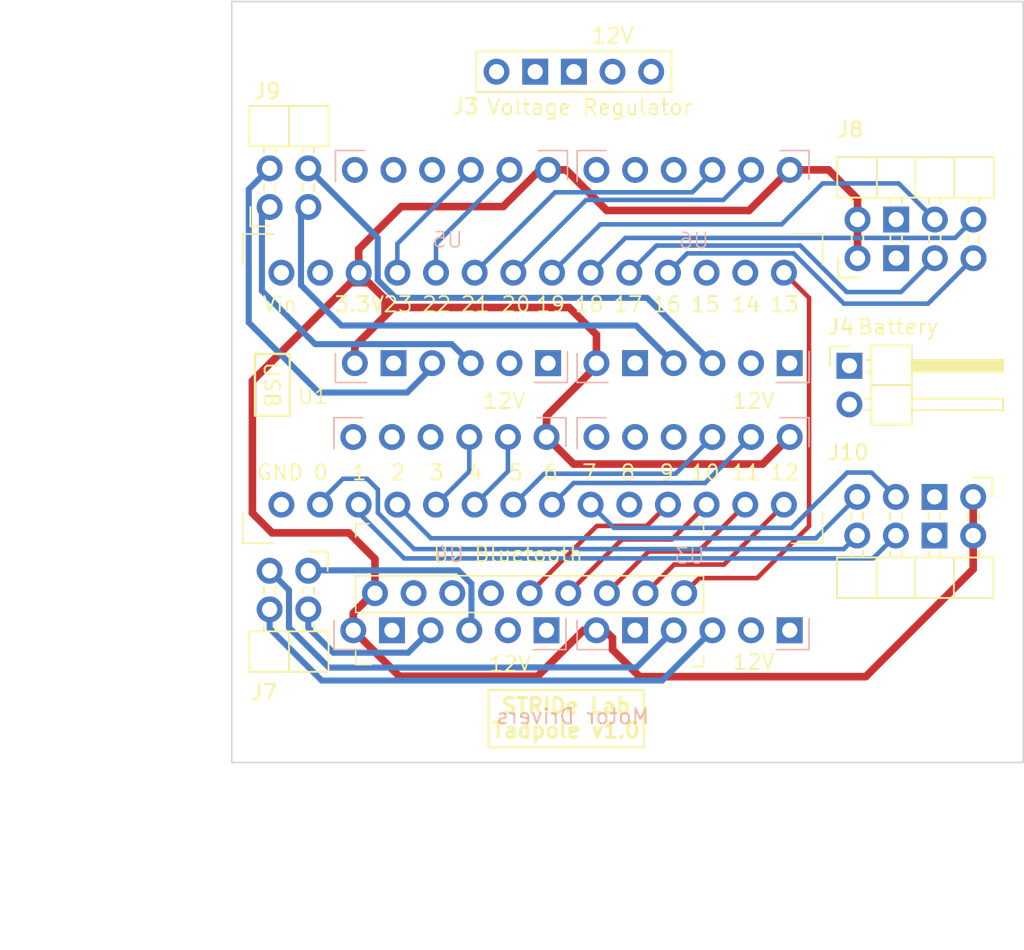
<source format=kicad_pcb>
(kicad_pcb (version 20221018) (generator pcbnew)
  (layers (0 "F.Cu" signal) (1 "In1.Cu" power "PWR") (2 "In2.Cu" power "GND") (31 "B.Cu" signal) (34 "B.Paste" user) (35 "F.Paste" user) (36 "B.SilkS" user "B.Silkscreen") (37 "F.SilkS" user "F.Silkscreen") (38 "B.Mask" user) (39 "F.Mask" user) (44 "Edge.Cuts" user))
  (net 0 "")
  (net 1 "+5V")
  (net 2 "GND")
  (net 3 "/EN")
  (net 4 "+12V")
  (net 5 "Net-(U4-INA)")
  (net 6 "+3.3V")
  (net 7 "Net-(U4-INB)")
  (net 8 "Net-(U3-INA)")
  (net 9 "Net-(U3-INB)")
  (net 11 "Net-(U2-IRQ)")
  (net 12 "Net-(U2-CS)")
  (net 13 "Net-(U2-MOSI)")
  (net 14 "Net-(U2-MISO)")
  (net 15 "Net-(U2-SCK)")
  (net 18 "Net-(U6-INB)")
  (net 19 "Net-(U6-INA)")
  (net 20 "Net-(U5-INB)")
  (net 21 "Net-(U5-INA)")
  (net 37 "Net-(J7-Pin_1)")
  (net 38 "Net-(J7-Pin_2)")
  (net 39 "Net-(J7-Pin_3)")
  (net 40 "Net-(J7-Pin_4)")
  (net 41 "Net-(J8-Pin_5)")
  (net 42 "Net-(J8-Pin_6)")
  (net 43 "Net-(J8-Pin_7)")
  (net 44 "Net-(J8-Pin_8)")
  (net 45 "Net-(J9-Pin_1)")
  (net 46 "Net-(J9-Pin_2)")
  (net 47 "Net-(J9-Pin_3)")
  (net 48 "Net-(J9-Pin_4)")
  (net 49 "Net-(J10-Pin_5)")
  (net 50 "Net-(J10-Pin_6)")
  (net 51 "Net-(J10-Pin_7)")
  (net 52 "Net-(J10-Pin_8)")
  (footprint "Library:PinHeader_2x04_P2.54mm_Horizontal" (layer "F.Cu") (at 160.7312 104.013 -90)
    (fp_text reference "J10" (at -2.921 8.2042) (layer "F.SilkS"))
    (fp_text value "Conn_02x04_Odd_Even" hide)
    (pad "1" thru_hole circle (at 0 0 270) (size 1.7 1.7) (drill 1) (layers "*.Cu" "*.Mask") (net 6 "+3.3V"))
    (pad "2" thru_hole oval (at 2.54 0 270) (size 1.7 1.7) (drill 1) (layers "*.Cu" "*.Mask") (net 6 "+3.3V"))
    (pad "3" thru_hole rect (at 0 2.54 270) (size 1.7 1.7) (drill 1) (layers "*.Cu" "*.Mask") (net 2 "GND"))
    (pad "4" thru_hole rect (at 2.54 2.54 270) (size 1.7 1.7) (drill 1) (layers "*.Cu" "*.Mask") (net 2 "GND"))
    (pad "5" thru_hole oval (at 0 5.08 270) (size 1.7 1.7) (drill 1) (layers "*.Cu" "*.Mask") (net 49 "Net-(J10-Pin_5)"))
    (pad "6" thru_hole oval (at 2.54 5.08 270) (size 1.7 1.7) (drill 1) (layers "*.Cu" "*.Mask") (net 50 "Net-(J10-Pin_6)"))
    (pad "7" thru_hole oval (at 0 7.62 270) (size 1.7 1.7) (drill 1) (layers "*.Cu" "*.Mask") (net 51 "Net-(J10-Pin_7)"))
    (pad "8" thru_hole oval (at 2.54 7.62 270) (size 1.7 1.7) (drill 1) (layers "*.Cu" "*.Mask") (net 52 "Net-(J10-Pin_8)"))
  )
  (footprint "MountingHole:MountingHole_2.2mm_M2" (layer "F.Cu") (at 122 119)
    (fp_text reference "H3" hide)
    (fp_text value "MountingHole" hide)
    (pad "" np_thru_hole circle (at 0 0) (size 2.2 2.2) (drill 2.2) (layers "*.Cu" "*.Mask"))
  )
  (footprint "Library:PinHeader_1x05_P2.54mm_Vertical" (layer "F.Cu") (at 139.573 76.073 -90)
    (fp_text reference "J3" (at 2.286 12.192) (layer "F.SilkS"))
    (fp_text value "Conn_01x05_Pin" hide)
    (pad "1" thru_hole oval (at 0 0 270) (size 1.7 1.7) (drill 1) (layers "*.Cu" "*.Mask") (net 3 "/EN"))
    (pad "2" thru_hole oval (at 0 2.54 270) (size 1.7 1.7) (drill 1) (layers "*.Cu" "*.Mask") (net 4 "+12V"))
    (pad "3" thru_hole rect (at 0 5.08 270) (size 1.7 1.7) (drill 1) (layers "*.Cu" "*.Mask") (net 2 "GND"))
    (pad "4" thru_hole rect (at 0 7.62 270) (size 1.7 1.7) (drill 1) (layers "*.Cu" "*.Mask") (net 2 "GND"))
    (pad "5" thru_hole oval (at 0 10.16 270) (size 1.7 1.7) (drill 1) (layers "*.Cu" "*.Mask") (net 1 "+5V"))
  )
  (footprint "Library:Adafruit Bluefruit LE SPI Friend" (layer "F.Cu") (at 143.0136 107.7976 180)
    (fp_text reference "U2" (at 16.7756 0 unlocked) (layer "F.SilkS") (effects (font (thickness 0.1))))
    (fp_text value "Adafruit Bluefruit LE SPI Friend")
    (pad "1" thru_hole oval (at 1.27 -2.54 180) (size 1.7 1.7) (drill 1) (layers "*.Cu" "*.Mask") (net 15 "Net-(U2-SCK)"))
    (pad "2" thru_hole oval (at 3.81 -2.54 180) (size 1.7 1.7) (drill 1) (layers "*.Cu" "*.Mask") (net 14 "Net-(U2-MISO)"))
    (pad "3" thru_hole oval (at 6.35 -2.54 180) (size 1.7 1.7) (drill 1) (layers "*.Cu" "*.Mask") (net 13 "Net-(U2-MOSI)"))
    (pad "4" thru_hole oval (at 8.89 -2.54 180) (size 1.7 1.7) (drill 1) (layers "*.Cu" "*.Mask") (net 12 "Net-(U2-CS)"))
    (pad "5" thru_hole oval (at 11.43 -2.54 180) (size 1.7 1.7) (drill 1) (layers "*.Cu" "*.Mask") (net 11 "Net-(U2-IRQ)"))
    (pad "6" thru_hole oval (at 13.97 -2.54 180) (size 1.7 1.7) (drill 1) (layers "*.Cu" "*.Mask"))
    (pad "7" thru_hole oval (at 16.51 -2.54 180) (size 1.7 1.7) (drill 1) (layers "*.Cu" "*.Mask"))
    (pad "8" thru_hole oval (at 19.05 -2.54 180) (size 1.7 1.7) (drill 1) (layers "*.Cu" "*.Mask") (net 2 "GND"))
    (pad "9" thru_hole oval (at 21.59 -2.54 180) (size 1.7 1.7) (drill 1) (layers "*.Cu" "*.Mask") (net 6 "+3.3V"))
  )
  (footprint "Library:PinHeader_2x02_P2.54mm_Horizontal" (layer "F.Cu") (at 114.5032 84.963 90)
    (fp_text reference "J9" (at 7.5946 -0.1524) (layer "F.SilkS"))
    (fp_text value "Conn_02x02_Odd_Even" hide)
    (pad "1" thru_hole circle (at 0 0 90) (size 1.7 1.7) (drill 1) (layers "*.Cu" "*.Mask") (net 45 "Net-(J9-Pin_1)"))
    (pad "2" thru_hole oval (at 2.54 0 90) (size 1.7 1.7) (drill 1) (layers "*.Cu" "*.Mask") (net 46 "Net-(J9-Pin_2)"))
    (pad "3" thru_hole circle (at 0 2.54 90) (size 1.7 1.7) (drill 1) (layers "*.Cu" "*.Mask") (net 47 "Net-(J9-Pin_3)"))
    (pad "4" thru_hole circle (at 2.54 2.54 90) (size 1.7 1.7) (drill 1) (layers "*.Cu" "*.Mask") (net 48 "Net-(J9-Pin_4)"))
  )
  (footprint "Library:PinHeader_2x04_P2.54mm_Horizontal" (layer "F.Cu") (at 153.1312 88.327 90)
    (fp_text reference "J8" (at 8.444 -0.4772 180) (layer "F.SilkS"))
    (fp_text value "Conn_02x04_Odd_Even" hide)
    (pad "1" thru_hole circle (at 0 0 90) (size 1.7 1.7) (drill 1) (layers "*.Cu" "*.Mask") (net 6 "+3.3V"))
    (pad "2" thru_hole oval (at 2.54 0 90) (size 1.7 1.7) (drill 1) (layers "*.Cu" "*.Mask") (net 6 "+3.3V"))
    (pad "3" thru_hole rect (at 0 2.54 90) (size 1.7 1.7) (drill 1) (layers "*.Cu" "*.Mask") (net 2 "GND"))
    (pad "4" thru_hole rect (at 2.54 2.54 90) (size 1.7 1.7) (drill 1) (layers "*.Cu" "*.Mask") (net 2 "GND"))
    (pad "5" thru_hole oval (at 0 5.08 90) (size 1.7 1.7) (drill 1) (layers "*.Cu" "*.Mask") (net 41 "Net-(J8-Pin_5)"))
    (pad "6" thru_hole oval (at 2.54 5.08 90) (size 1.7 1.7) (drill 1) (layers "*.Cu" "*.Mask") (net 42 "Net-(J8-Pin_6)"))
    (pad "7" thru_hole oval (at 0 7.62 90) (size 1.7 1.7) (drill 1) (layers "*.Cu" "*.Mask") (net 43 "Net-(J8-Pin_7)"))
    (pad "8" thru_hole oval (at 2.54 7.62 90) (size 1.7 1.7) (drill 1) (layers "*.Cu" "*.Mask") (net 44 "Net-(J8-Pin_8)"))
  )
  (footprint "Connector_PinHeader_2.54mm:PinHeader_1x02_P2.54mm_Horizontal" (layer "F.Cu") (at 152.597 95.3974)
    (fp_text reference "J4" (at -0.5526 -2.535 180) (layer "F.SilkS"))
    (fp_text value "Screw_Terminal_01x02" hide)
    (pad "1" thru_hole rect (at 0 0) (size 1.7 1.7) (drill 1) (layers "*.Cu" "*.Mask") (net 2 "GND"))
    (pad "2" thru_hole oval (at 0 2.54) (size 1.7 1.7) (drill 1) (layers "*.Cu" "*.Mask") (net 4 "+12V"))
  )
  (footprint "MountingHole:MountingHole_2.2mm_M2" (layer "F.Cu") (at 148 74)
    (fp_text reference "H2" hide)
    (fp_text value "MountingHole" hide)
    (pad "" np_thru_hole circle (at 0 0) (size 2.2 2.2) (drill 2.2) (layers "*.Cu" "*.Mask"))
  )
  (footprint "Library:PinHeader_2x02_P2.54mm_Horizontal" (layer "F.Cu") (at 117.0432 108.8644 -90)
    (fp_text reference "J7" (at 7.9756 2.8956) (layer "F.SilkS"))
    (fp_text value "Conn_02x02_Odd_Even" hide)
    (pad "1" thru_hole circle (at 0 0 270) (size 1.7 1.7) (drill 1) (layers "*.Cu" "*.Mask") (net 37 "Net-(J7-Pin_1)"))
    (pad "2" thru_hole oval (at 2.54 0 270) (size 1.7 1.7) (drill 1) (layers "*.Cu" "*.Mask") (net 38 "Net-(J7-Pin_2)"))
    (pad "3" thru_hole circle (at 0 2.54 270) (size 1.7 1.7) (drill 1) (layers "*.Cu" "*.Mask") (net 39 "Net-(J7-Pin_3)"))
    (pad "4" thru_hole circle (at 2.54 2.54 270) (size 1.7 1.7) (drill 1) (layers "*.Cu" "*.Mask") (net 40 "Net-(J7-Pin_4)"))
  )
  (footprint "MountingHole:MountingHole_2.2mm_M2" (layer "F.Cu") (at 148 119)
    (fp_text reference "H4" hide)
    (fp_text value "MountingHole" hide)
    (pad "" np_thru_hole circle (at 0 0) (size 2.2 2.2) (drill 2.2) (layers "*.Cu" "*.Mask"))
  )
  (footprint "Library:teensy" (layer "F.Cu") (at 112.7352 107.061)
    (fp_text reference "U1" (at 4.6128 -9.652 unlocked) (layer "F.SilkS") (effects (font (thickness 0.1))))
    (fp_text value "Teensy 4.0")
    (pad "0" thru_hole circle (at 5.08 -2.54) (size 1.7 1.7) (drill 1) (layers "*.Cu" "*.Mask") (net 52 "Net-(J10-Pin_8)"))
    (pad "1" thru_hole circle (at 7.62 -2.54) (size 1.7 1.7) (drill 1) (layers "*.Cu" "*.Mask") (net 50 "Net-(J10-Pin_6)"))
    (pad "2" thru_hole circle (at 10.16 -2.54) (size 1.7 1.7) (drill 1) (layers "*.Cu" "*.Mask") (net 51 "Net-(J10-Pin_7)"))
    (pad "3" thru_hole circle (at 12.7 -2.54) (size 1.7 1.7) (drill 1) (layers "*.Cu" "*.Mask") (net 5 "Net-(U4-INA)"))
    (pad "3.3V" thru_hole circle (at 7.62 -17.78) (size 1.7 1.7) (drill 1) (layers "*.Cu" "*.Mask") (net 6 "+3.3V"))
    (pad "4" thru_hole circle (at 15.24 -2.54) (size 1.7 1.7) (drill 1) (layers "*.Cu" "*.Mask") (net 7 "Net-(U4-INB)"))
    (pad "5" thru_hole circle (at 17.78 -2.54) (size 1.7 1.7) (drill 1) (layers "*.Cu" "*.Mask") (net 8 "Net-(U3-INA)"))
    (pad "6" thru_hole circle (at 20.32 -2.54) (size 1.7 1.7) (drill 1) (layers "*.Cu" "*.Mask") (net 9 "Net-(U3-INB)"))
    (pad "7" thru_hole circle (at 22.86 -2.54) (size 1.7 1.7) (drill 1) (layers "*.Cu" "*.Mask") (net 49 "Net-(J10-Pin_5)"))
    (pad "8" thru_hole circle (at 25.4 -2.54) (size 1.7 1.7) (drill 1) (layers "*.Cu" "*.Mask"))
    (pad "9" thru_hole circle (at 27.94 -2.54) (size 1.7 1.7) (drill 1) (layers "*.Cu" "*.Mask") (net 11 "Net-(U2-IRQ)"))
    (pad "10" thru_hole circle (at 30.48 -2.54) (size 1.7 1.7) (drill 1) (layers "*.Cu" "*.Mask") (net 12 "Net-(U2-CS)"))
    (pad "11" thru_hole circle (at 33.02 -2.54) (size 1.7 1.7) (drill 1) (layers "*.Cu" "*.Mask") (net 13 "Net-(U2-MOSI)"))
    (pad "12" thru_hole circle (at 35.56 -2.54) (size 1.7 1.7) (drill 1) (layers "*.Cu" "*.Mask") (net 14 "Net-(U2-MISO)"))
    (pad "13" thru_hole circle (at 35.56 -17.78) (size 1.7 1.7) (drill 1) (layers "*.Cu" "*.Mask") (net 15 "Net-(U2-SCK)"))
    (pad "14" thru_hole circle (at 33.02 -17.78) (size 1.7 1.7) (drill 1) (layers "*.Cu" "*.Mask"))
    (pad "15" thru_hole circle (at 30.48 -17.78) (size 1.7 1.7) (drill 1) (layers "*.Cu" "*.Mask"))
    (pad "16" thru_hole circle (at 27.94 -17.78) (size 1.7 1.7) (drill 1) (layers "*.Cu" "*.Mask") (net 43 "Net-(J8-Pin_7)"))
    (pad "17" thru_hole circle (at 25.4 -17.78) (size 1.7 1.7) (drill 1) (layers "*.Cu" "*.Mask") (net 41 "Net-(J8-Pin_5)"))
    (pad "18" thru_hole circle (at 22.86 -17.78) (size 1.7 1.7) (drill 1) (layers "*.Cu" "*.Mask") (net 44 "Net-(J8-Pin_8)"))
    (pad "19" thru_hole circle (at 20.32 -17.78) (size 1.7 1.7) (drill 1) (layers "*.Cu" "*.Mask") (net 42 "Net-(J8-Pin_6)"))
    (pad "20" thru_hole circle (at 17.78 -17.78) (size 1.7 1.7) (drill 1) (layers "*.Cu" "*.Mask") (net 18 "Net-(U6-INB)"))
    (pad "21" thru_hole circle (at 15.24 -17.78) (size 1.7 1.7) (drill 1) (layers "*.Cu" "*.Mask") (net 19 "Net-(U6-INA)"))
    (pad "22" thru_hole circle (at 12.7 -17.78) (size 1.7 1.7) (drill 1) (layers "*.Cu" "*.Mask") (net 20 "Net-(U5-INB)"))
    (pad "23" thru_hole circle (at 10.16 -17.78) (size 1.7 1.7) (drill 1) (layers "*.Cu" "*.Mask") (net 21 "Net-(U5-INA)"))
    (pad "AGND" thru_hole circle (at 5.08 -17.78) (size 1.7 1.7) (drill 1) (layers "*.Cu" "*.Mask"))
    (pad "GND" thru_hole circle (at 2.54 -2.54) (size 1.7 1.7) (drill 1) (layers "*.Cu" "*.Mask") (net 2 "GND"))
    (pad "Vin" thru_hole circle (at 2.54 -17.78) (size 1.7 1.7) (drill 1) (layers "*.Cu" "*.Mask") (net 1 "+5V"))
  )
  (footprint "MountingHole:MountingHole_2.2mm_M2" (layer "F.Cu") (at 122 74)
    (fp_text reference "H1" hide)
    (fp_text value "MountingHole" hide)
    (pad "" np_thru_hole circle (at 0 0) (size 2.2 2.2) (drill 2.2) (layers "*.Cu" "*.Mask"))
  )
  (footprint "Library:BD65496MUV" (layer "B.Cu") (at 133.9696 98.806 -90)
    (fp_text reference "U4" (at 8.9916 7.6708 unlocked) (layer "B.SilkS") (effects (font (thickness 0.1)) (justify mirror)))
    (fp_text value "BD65496MUV" hide)
    (pad "1" thru_hole oval (at 1.27 13.97 270) (size 1.7 1.7) (drill 1) (layers "*.Cu" "*.Mask"))
    (pad "2" thru_hole circle (at 1.27 11.43 270) (size 1.7 1.7) (drill 1) (layers "*.Cu" "*.Mask"))
    (pad "3" thru_hole circle (at 1.27 8.89 270) (size 1.7 1.7) (drill 1) (layers "*.Cu" "*.Mask"))
    (pad "4" thru_hole circle (at 1.27 6.35 270) (size 1.7 1.7) (drill 1) (layers "*.Cu" "*.Mask") (net 5 "Net-(U4-INA)"))
    (pad "5" thru_hole circle (at 1.27 3.81 270) (size 1.7 1.7) (drill 1) (layers "*.Cu" "*.Mask") (net 7 "Net-(U4-INB)"))
    (pad "6" thru_hole circle (at 1.27 1.27 270) (size 1.7 1.7) (drill 1) (layers "*.Cu" "*.Mask") (net 6 "+3.3V"))
    (pad "7" thru_hole circle (at 13.97 13.97 270) (size 1.7 1.7) (drill 1) (layers "*.Cu" "*.Mask") (net 6 "+3.3V"))
    (pad "8" thru_hole rect (at 13.97 11.43 270) (size 1.7 1.7) (drill 1) (layers "*.Cu" "*.Mask") (net 2 "GND"))
    (pad "9" thru_hole circle (at 13.97 8.89 270) (size 1.7 1.7) (drill 1) (layers "*.Cu" "*.Mask") (net 38 "Net-(J7-Pin_2)"))
    (pad "10" thru_hole circle (at 13.97 6.35 270) (size 1.7 1.7) (drill 1) (layers "*.Cu" "*.Mask") (net 37 "Net-(J7-Pin_1)"))
    (pad "11" thru_hole circle (at 13.97 3.81 270) (size 1.7 1.7) (drill 1) (layers "*.Cu" "*.Mask") (net 4 "+12V"))
    (pad "12" thru_hole rect (at 13.97 1.27 270) (size 1.7 1.7) (drill 1) (layers "*.Cu" "*.Mask") (net 2 "GND"))
  )
  (footprint "Library:BD65496MUV" (layer "B.Cu") (at 134.0712 81.2546 -90)
    (fp_text reference "U5" (at 5.8674 7.874 unlocked) (layer "B.SilkS") (effects (font (thickness 0.1)) (justify mirror)))
    (fp_text value "BD65496MUV")
    (pad "1" thru_hole oval (at 1.27 13.97 270) (size 1.7 1.7) (drill 1) (layers "*.Cu" "*.Mask"))
    (pad "2" thru_hole circle (at 1.27 11.43 270) (size 1.7 1.7) (drill 1) (layers "*.Cu" "*.Mask"))
    (pad "3" thru_hole circle (at 1.27 8.89 270) (size 1.7 1.7) (drill 1) (layers "*.Cu" "*.Mask"))
    (pad "4" thru_hole circle (at 1.27 6.35 270) (size 1.7 1.7) (drill 1) (layers "*.Cu" "*.Mask") (net 21 "Net-(U5-INA)"))
    (pad "5" thru_hole circle (at 1.27 3.81 270) (size 1.7 1.7) (drill 1) (layers "*.Cu" "*.Mask") (net 20 "Net-(U5-INB)"))
    (pad "6" thru_hole circle (at 1.27 1.27 270) (size 1.7 1.7) (drill 1) (layers "*.Cu" "*.Mask") (net 6 "+3.3V"))
    (pad "7" thru_hole circle (at 13.97 13.97 270) (size 1.7 1.7) (drill 1) (layers "*.Cu" "*.Mask") (net 6 "+3.3V"))
    (pad "8" thru_hole rect (at 13.97 11.43 270) (size 1.7 1.7) (drill 1) (layers "*.Cu" "*.Mask") (net 2 "GND"))
    (pad "9" thru_hole circle (at 13.97 8.89 270) (size 1.7 1.7) (drill 1) (layers "*.Cu" "*.Mask") (net 46 "Net-(J9-Pin_2)"))
    (pad "10" thru_hole circle (at 13.97 6.35 270) (size 1.7 1.7) (drill 1) (layers "*.Cu" "*.Mask") (net 45 "Net-(J9-Pin_1)"))
    (pad "11" thru_hole circle (at 13.97 3.81 270) (size 1.7 1.7) (drill 1) (layers "*.Cu" "*.Mask") (net 4 "+12V"))
    (pad "12" thru_hole rect (at 13.97 1.27 270) (size 1.7 1.7) (drill 1) (layers "*.Cu" "*.Mask") (net 2 "GND"))
  )
  (footprint "Library:BD65496MUV" (layer "B.Cu") (at 149.9462 98.806 -90)
    (fp_text reference "U3" (at 9.0932 7.8486 unlocked) (layer "B.SilkS") (effects (font (thickness 0.1)) (justify mirror)))
    (fp_text value "BD65496MUV" hide)
    (pad "1" thru_hole oval (at 1.27 13.97 270) (size 1.7 1.7) (drill 1) (layers "*.Cu" "*.Mask"))
    (pad "2" thru_hole circle (at 1.27 11.43 270) (size 1.7 1.7) (drill 1) (layers "*.Cu" "*.Mask"))
    (pad "3" thru_hole circle (at 1.27 8.89 270) (size 1.7 1.7) (drill 1) (layers "*.Cu" "*.Mask"))
    (pad "4" thru_hole circle (at 1.27 6.35 270) (size 1.7 1.7) (drill 1) (layers "*.Cu" "*.Mask") (net 8 "Net-(U3-INA)"))
    (pad "5" thru_hole circle (at 1.27 3.81 270) (size 1.7 1.7) (drill 1) (layers "*.Cu" "*.Mask") (net 9 "Net-(U3-INB)"))
    (pad "6" thru_hole circle (at 1.27 1.27 270) (size 1.7 1.7) (drill 1) (layers "*.Cu" "*.Mask") (net 6 "+3.3V"))
    (pad "7" thru_hole circle (at 13.97 13.97 270) (size 1.7 1.7) (drill 1) (layers "*.Cu" "*.Mask") (net 6 "+3.3V"))
    (pad "8" thru_hole rect (at 13.97 11.43 270) (size 1.7 1.7) (drill 1) (layers "*.Cu" "*.Mask") (net 2 "GND"))
    (pad "9" thru_hole circle (at 13.97 8.89 270) (size 1.7 1.7) (drill 1) (layers "*.Cu" "*.Mask") (net 39 "Net-(J7-Pin_3)"))
    (pad "10" thru_hole circle (at 13.97 6.35 270) (size 1.7 1.7) (drill 1) (layers "*.Cu" "*.Mask") (net 40 "Net-(J7-Pin_4)"))
    (pad "11" thru_hole circle (at 13.97 3.81 270) (size 1.7 1.7) (drill 1) (layers "*.Cu" "*.Mask") (net 4 "+12V"))
    (pad "12" thru_hole rect (at 13.97 1.27 270) (size 1.7 1.7) (drill 1) (layers "*.Cu" "*.Mask") (net 2 "GND"))
  )
  (footprint "Library:BD65496MUV" (layer "B.Cu") (at 149.9462 81.2546 -90)
    (fp_text reference "U6" (at 5.9182 7.5692 unlocked) (layer "B.SilkS") (effects (font (thickness 0.1)) (justify mirror)))
    (fp_text value "BD65496MUV" hide)
    (pad "1" thru_hole oval (at 1.27 13.97 270) (size 1.7 1.7) (drill 1) (layers "*.Cu" "*.Mask"))
    (pad "2" thru_hole circle (at 1.27 11.43 270) (size 1.7 1.7) (drill 1) (layers "*.Cu" "*.Mask"))
    (pad "3" thru_hole circle (at 1.27 8.89 270) (size 1.7 1.7) (drill 1) (layers "*.Cu" "*.Mask"))
    (pad "4" thru_hole circle (at 1.27 6.35 270) (size 1.7 1.7) (drill 1) (layers "*.Cu" "*.Mask") (net 19 "Net-(U6-INA)"))
    (pad "5" thru_hole circle (at 1.27 3.81 270) (size 1.7 1.7) (drill 1) (layers "*.Cu" "*.Mask") (net 18 "Net-(U6-INB)"))
    (pad "6" thru_hole circle (at 1.27 1.27 270) (size 1.7 1.7) (drill 1) (layers "*.Cu" "*.Mask") (net 6 "+3.3V"))
    (pad "7" thru_hole circle (at 13.97 13.97 270) (size 1.7 1.7) (drill 1) (layers "*.Cu" "*.Mask") (net 6 "+3.3V"))
    (pad "8" thru_hole rect (at 13.97 11.43 270) (size 1.7 1.7) (drill 1) (layers "*.Cu" "*.Mask") (net 2 "GND"))
    (pad "9" thru_hole circle (at 13.97 8.89 270) (size 1.7 1.7) (drill 1) (layers "*.Cu" "*.Mask") (net 47 "Net-(J9-Pin_3)"))
    (pad "10" thru_hole circle (at 13.97 6.35 270) (size 1.7 1.7) (drill 1) (layers "*.Cu" "*.Mask") (net 48 "Net-(J9-Pin_4)"))
    (pad "11" thru_hole circle (at 13.97 3.81 270) (size 1.7 1.7) (drill 1) (layers "*.Cu" "*.Mask") (net 4 "+12V"))
    (pad "12" thru_hole rect (at 13.97 1.27 270) (size 1.7 1.7) (drill 1) (layers "*.Cu" "*.Mask") (net 2 "GND"))
  )
  (gr_rect (start 128.8923 116.713) (end 139.0777 120.4722) (stroke (width 0.15)) (fill none) (layer "F.SilkS"))
  (gr_rect (start 113.538 94.615) (end 115.824 98.679) (stroke (width 0.15)) (fill none) (layer "F.SilkS"))
  (gr_rect (start 112.014 71.4628) (end 164.014 121.4628) (stroke (width 0.1)) (fill none) (layer "Edge.Cuts"))
  (gr_text "Motor Drivers" (at 134.4168 119.0244) (layer "B.SilkS") (effects (font (size 1 1) (thickness 0.125)) (justify bottom mirror)))
  (gr_text "22" (at 125.476 91.948) (layer "F.SilkS") (effects (font (size 1 1) (thickness 0.125)) (justify bottom)))
  (gr_text "12V" (at 130.302 115.57) (layer "F.SilkS") (effects (font (size 1 1) (thickness 0.125)) (justify bottom)))
  (gr_text "1" (at 120.396 102.997) (layer "F.SilkS") (effects (font (size 1 1) (thickness 0.125)) (justify bottom)))
  (gr_text "16" (at 140.589 91.948) (layer "F.SilkS") (effects (font (size 1 1) (thickness 0.125)) (justify bottom)))
  (gr_text "0" (at 117.856 102.997) (layer "F.SilkS") (effects (font (size 1 1) (thickness 0.125)) (justify bottom)))
  (gr_text "12" (at 148.336 102.997) (layer "F.SilkS") (effects (font (size 1 1) (thickness 0.125)) (justify bottom)))
  (gr_text "12V" (at 146.304 115.443) (layer "F.SilkS") (effects (font (size 1 1) (thickness 0.125)) (justify bottom)))
  (gr_text "15" (at 143.129 91.948) (layer "F.SilkS") (effects (font (size 1 1) (thickness 0.125)) (justify bottom)))
  (gr_text "GND" (at 115.189 102.997) (layer "F.SilkS") (effects (font (size 1 1) (thickness 0.125)) (justify bottom)))
  (gr_text "6" (at 132.969 102.997) (layer "F.SilkS") (effects (font (size 1 1) (thickness 0.125)) (justify bottom)))
  (gr_text "13" (at 148.336 91.948) (layer "F.SilkS") (effects (font (size 1 1) (thickness 0.125)) (justify bottom)))
  (gr_text "Bluetooth" (at 131.5212 108.3564) (layer "F.SilkS") (effects (font (size 1 1) (thickness 0.125)) (justify bottom)))
  (gr_text "STRIDe Lab\nTadpole v1.0" (at 133.9723 119.9388) (layer "F.SilkS") (effects (font (size 1 1) (thickness 0.2) bold) (justify bottom)))
  (gr_text "4" (at 128.016 102.997) (layer "F.SilkS") (effects (font (size 1 1) (thickness 0.125)) (justify bottom)))
  (gr_text "12V" (at 146.304 98.298) (layer "F.SilkS") (effects (font (size 1 1) (thickness 0.125)) (justify bottom)))
  (gr_text "3" (at 125.476 102.997) (layer "F.SilkS") (effects (font (size 1 1) (thickness 0.125)) (justify bottom)))
  (gr_text "3.3V" (at 120.396 91.948) (layer "F.SilkS") (effects (font (size 1 1) (thickness 0.125)) (justify bottom)))
  (gr_text "17" (at 138.049 91.948) (layer "F.SilkS") (effects (font (size 1 1) (thickness 0.125)) (justify bottom)))
  (gr_text "23" (at 122.936 91.948) (layer "F.SilkS") (effects (font (size 1 1) (thickness 0.125)) (justify bottom)))
  (gr_text "7" (at 135.509 102.997) (layer "F.SilkS") (effects (font (size 1 1) (thickness 0.125)) (justify bottom)))
  (gr_text "8" (at 138.049 102.997) (layer "F.SilkS") (effects (font (size 1 1) (thickness 0.125)) (justify bottom)))
  (gr_text "Vin" (at 115.189 91.948) (layer "F.SilkS") (effects (font (size 1 1) (thickness 0.125)) (justify bottom)))
  (gr_text "20" (at 130.683 91.948) (layer "F.SilkS") (effects (font (size 1 1) (thickness 0.125)) (justify bottom)))
  (gr_text "11" (at 145.796 102.997) (layer "F.SilkS") (effects (font (size 1 1) (thickness 0.125)) (justify bottom)))
  (gr_text "5" (at 130.683 102.997) (layer "F.SilkS") (effects (font (size 1 1) (thickness 0.125)) (justify bottom)))
  (gr_text "19" (at 132.969 91.948) (layer "F.SilkS") (effects (font (size 1 1) (thickness 0.125)) (justify bottom)))
  (gr_text "12V" (at 129.921 98.298) (layer "F.SilkS") (effects (font (size 1 1) (thickness 0.125)) (justify bottom)))
  (gr_text "10" (at 143.129 102.997) (layer "F.SilkS") (effects (font (size 1 1) (thickness 0.125)) (justify bottom)))
  (gr_text "9" (at 140.589 102.997) (layer "F.SilkS") (effects (font (size 1 1) (thickness 0.125)) (justify bottom)))
  (gr_text "USB" (at 114.046 96.647 270) (layer "F.SilkS") (effects (font (size 1 1) (thickness 0.125)) (justify bottom)))
  (gr_text "14" (at 145.796 91.948) (layer "F.SilkS") (effects (font (size 1 1) (thickness 0.125)) (justify bottom)))
  (gr_text "Voltage Regulator" (at 135.5344 78.994) (layer "F.SilkS") (effects (font (size 1 1) (thickness 0.125)) (justify bottom)))
  (gr_text "12V" (at 137.033 74.295) (layer "F.SilkS") (effects (font (size 1 1) (thickness 0.125)) (justify bottom)))
  (gr_text "21" (at 128.016 91.948) (layer "F.SilkS") (effects (font (size 1 1) (thickness 0.125)) (justify bottom)))
  (gr_text "18" (at 135.509 91.948) (layer "F.SilkS") (effects (font (size 1 1) (thickness 0.125)) (justify bottom)))
  (gr_text "2" (at 122.936 102.997) (layer "F.SilkS") (effects (font (size 1 1) (thickness 0.125)) (justify bottom)))
  (gr_text "Battery" (at 155.8036 93.4212) (layer "F.SilkS") (effects (font (size 1 1) (thickness 0.125)) (justify bottom)))
  (segment (start 127.6196 102.3366) (end 127.6196 100.076) (width 0.3) (layer "B.Cu") (net 5))
  (segment (start 125.4352 104.521) (end 127.6196 102.3366) (width 0.3) (layer "B.Cu") (net 5))
  (segment (start 122.2806 91.9276) (end 122.1536 91.8006) (width 0.5) (layer "F.Cu") (net 6))
  (segment (start 121.4236 108.0886) (end 121.4236 110.3376) (width 0.5) (layer "F.Cu") (net 6))
  (segment (start 129.8448 84.9376) (end 132.2578 82.5246) (width 0.5) (layer "F.Cu") (net 6))
  (segment (start 132.8012 82.5246) (end 133.985 82.5246) (width 0.5) (layer "F.Cu") (net 6))
  (segment (start 114.6656 106.3752) (end 119.7102 106.3752) (width 0.5) (layer "F.Cu") (net 6))
  (segment (start 120.3552 89.281) (end 120.3552 87.7316) (width 0.5) (layer "F.Cu") (net 6))
  (segment (start 122.0266 90.9524) (end 122.1536 91.0794) (width 0.5) (layer "F.Cu") (net 6))
  (segment (start 120.3552 89.408) (end 120.3552 89.281) (width 0.5) (layer "F.Cu") (net 6))
  (segment (start 135.9762 95.4178) (end 132.6996 98.6944) (width 0.5) (layer "F.Cu") (net 6))
  (segment (start 122.0901 92.1181) (end 120.1012 94.107) (width 0.5) (layer "F.Cu") (net 6))
  (segment (start 121.0106 89.9364) (end 122.0266 90.9524) (width 0.5) (layer "F.Cu") (net 6))
  (segment (start 122.0901 91.0159) (end 122.0266 90.9524) (width 0.5) (layer "F.Cu") (net 6))
  (segment (start 132.6996 100.076) (end 134.4776 101.854) (width 0.5) (layer "F.Cu") (net 6))
  (segment (start 121.3104 110.3376) (end 119.9996 111.6484) (width 0.5) (layer "F.Cu") (net 6))
  (segment (start 160.7312 106.553) (end 160.7312 104.013) (width 0.5) (layer "F.Cu") (net 6))
  (segment (start 122.6412 91.567) (end 122.2806 91.9276) (width 0.5) (layer "F.Cu") (net 6))
  (segment (start 132.1054 115.7986) (end 123.0222 115.7986) (width 0.5) (layer "F.Cu") (net 6))
  (segment (start 134.1882 91.567) (end 135.9762 93.355) (width 0.5) (layer "F.Cu") (net 6))
  (segment (start 135.9762 112.776) (end 136.525 112.776) (width 0.5) (layer "F.Cu") (net 6))
  (segment (start 119.8041 89.9591) (end 113.3702 96.393) (width 0.5) (layer "F.Cu") (net 6))
  (segment (start 122.6412 91.567) (end 134.1882 91.567) (width 0.5) (layer "F.Cu") (net 6))
  (segment (start 153.1312 85.787) (end 153.1312 88.327) (width 0.5) (layer "F.Cu") (net 6))
  (segment (start 135.9762 112.776) (end 135.128 112.776) (width 0.5) (layer "F.Cu") (net 6))
  (segment (start 119.8041 89.9591) (end 120.3552 89.408) (width 0.5) (layer "F.Cu") (net 6))
  (segment (start 133.985 82.5246) (end 136.652 85.1916) (width 0.5) (layer "F.Cu") (net 6))
  (segment (start 137.033 114.046) (end 138.811 115.824) (width 0.5) (layer "F.Cu") (net 6))
  (segment (start 119.8041 89.9591) (end 119.8268 89.9364) (width 0.5) (layer "F.Cu") (net 6))
  (segment (start 122.1536 91.0794) (end 122.6412 91.567) (width 0.5) (layer "F.Cu") (net 6))
  (segment (start 132.2578 82.5246) (end 132.8012 82.5246) (width 0.5) (layer "F.Cu") (net 6))
  (segment (start 148.6762 82.5246) (end 151.2316 82.5246) (width 0.5) (layer "F.Cu") (net 6))
  (segment (start 122.2806 91.9276) (end 122.0901 92.1181) (width 0.5) (layer "F.Cu") (net 6))
  (segment (start 134.4776 101.854) (end 146.8982 101.854) (width 0.5) (layer "F.Cu") (net 6))
  (segment (start 135.9762 93.355) (end 135.9762 95.2246) (width 0.5) (layer "F.Cu") (net 6))
  (segment (start 136.652 85.1916) (end 146.0092 85.1916) (width 0.5) (layer "F.Cu") (net 6))
  (segment (start 119.9996 111.6484) (end 119.9996 112.776) (width 0.5) (layer "F.Cu") (net 6))
  (segment (start 120.1012 94.107) (end 120.1012 95.2246) (width 0.5) (layer "F.Cu") (net 6))
  (segment (start 119.8268 89.9364) (end 121.0106 89.9364) (width 0.5) (layer "F.Cu") (net 6))
  (segment (start 146.8982 101.854) (end 148.6762 100.076) (width 0.5) (layer "F.Cu") (net 6))
  (segment (start 113.3702 105.0798) (end 114.6656 106.3752) (width 0.5) (layer "F.Cu") (net 6))
  (segment (start 121.4236 110.3376) (end 121.3104 110.3376) (width 0.5) (layer "F.Cu") (net 6))
  (segment (start 132.6996 98.6944) (end 132.6996 100.076) (width 0.5) (layer "F.Cu") (net 6))
  (segment (start 135.128 112.776) (end 132.1054 115.7986) (width 0.5) (layer "F.Cu") (net 6))
  (segment (start 135.9762 95.2246) (end 135.9762 95.4178) (width 0.5) (layer "F.Cu") (net 6))
  (segment (start 120.3552 87.7316) (end 123.1492 84.9376) (width 0.5) (layer "F.Cu") (net 6))
  (segment (start 151.2316 82.5246) (end 153.1312 84.4242) (width 0.5) (layer "F.Cu") (net 6))
  (segment (start 136.525 112.776) (end 137.033 113.284) (width 0.5) (layer "F.Cu") (net 6))
  (segment (start 120.3552 89.281) (end 121.0106 89.9364) (width 0.5) (layer "F.Cu") (net 6))
  (segment (start 153.67 115.824) (end 160.7312 108.7628) (width 0.5) (layer "F.Cu") (net 6))
  (segment (start 123.1492 84.9376) (end 129.8448 84.9376) (width 0.5) (layer "F.Cu") (net 6))
  (segment (start 153.1312 84.4242) (end 153.1312 85.787) (width 0.5) (layer "F.Cu") (net 6))
  (segment (start 137.033 113.284) (end 137.033 114.046) (width 0.5) (layer "F.Cu") (net 6))
  (segment (start 123.0222 115.7986) (end 119.9996 112.776) (width 0.5) (layer "F.Cu") (net 6))
  (segment (start 122.1536 91.8006) (end 122.1536 91.0794) (width 0.5) (layer "F.Cu") (net 6))
  (segment (start 119.7102 106.3752) (end 121.4236 108.0886) (width 0.5) (layer "F.Cu") (net 6))
  (segment (start 160.7312 108.7628) (end 160.7312 106.553) (width 0.5) (layer "F.Cu") (net 6))
  (segment (start 122.0901 92.1181) (end 122.0901 91.0159) (width 0.5) (layer "F.Cu") (net 6))
  (segment (start 113.3702 96.393) (end 113.3702 105.0798) (width 0.5) (layer "F.Cu") (net 6))
  (segment (start 138.811 115.824) (end 153.67 115.824) (width 0.5) (layer "F.Cu") (net 6))
  (segment (start 146.0092 85.1916) (end 148.6762 82.5246) (width 0.5) (layer "F.Cu") (net 6))
  (segment (start 127.9752 104.521) (end 130.1596 102.3366) (width 0.3) (layer "B.Cu") (net 7))
  (segment (start 130.1596 102.3366) (end 130.1596 100.076) (width 0.3) (layer "B.Cu") (net 7))
  (segment (start 143.5962 100.076) (end 141.1832 102.489) (width 0.3) (layer "B.Cu") (net 8))
  (segment (start 141.1832 102.489) (end 132.5472 102.489) (width 0.3) (layer "B.Cu") (net 8))
  (segment (start 132.5472 102.489) (end 130.5152 104.521) (width 0.3) (layer "B.Cu") (net 8))
  (segment (start 146.1362 100.076) (end 143.1136 103.0986) (width 0.3) (layer "B.Cu") (net 9))
  (segment (start 143.1136 103.0986) (end 134.4776 103.0986) (width 0.3) (layer "B.Cu") (net 9))
  (segment (start 134.4776 103.0986) (end 133.0552 104.521) (width 0.3) (layer "B.Cu") (net 9))
  (segment (start 131.5836 110.3376) (end 136.0032 105.918) (width 0.3) (layer "F.Cu") (net 11))
  (segment (start 136.0032 105.918) (end 139.2782 105.918) (width 0.3) (layer "F.Cu") (net 11))
  (segment (start 139.2782 105.918) (end 140.6752 104.521) (width 0.3) (layer "F.Cu") (net 11))
  (segment (start 140.9292 106.807) (end 137.6542 106.807) (width 0.3) (layer "F.Cu") (net 12))
  (segment (start 137.6542 106.807) (end 134.1236 110.3376) (width 0.3) (layer "F.Cu") (net 12))
  (segment (start 143.2152 104.521) (end 140.9292 106.807) (width 0.3) (layer "F.Cu") (net 12))
  (segment (start 139.4068 107.5944) (end 136.6636 110.3376) (width 0.3) (layer "F.Cu") (net 13))
  (segment (start 145.7552 104.521) (end 142.6818 107.5944) (width 0.3) (layer "F.Cu") (net 13))
  (segment (start 142.6818 107.5944) (end 139.4068 107.5944) (width 0.3) (layer "F.Cu") (net 13))
  (segment (start 148.2952 104.521) (end 144.3582 108.458) (width 0.3) (layer "F.Cu") (net 14))
  (segment (start 141.0832 108.458) (end 139.2036 110.3376) (width 0.3) (layer "F.Cu") (net 14))
  (segment (start 144.3582 108.458) (end 141.0832 108.458) (width 0.3) (layer "F.Cu") (net 14))
  (segment (start 149.9462 105.9334) (end 146.5326 109.347) (width 0.3) (layer "F.Cu") (net 15))
  (segment (start 142.7342 109.347) (end 141.7436 110.3376) (width 0.3) (layer "F.Cu") (net 15))
  (segment (start 148.2952 89.281) (end 149.9462 90.932) (width 0.3) (layer "F.Cu") (net 15))
  (segment (start 146.5326 109.347) (end 142.7342 109.347) (width 0.3) (layer "F.Cu") (net 15))
  (segment (start 149.9462 90.932) (end 149.9462 105.9334) (width 0.3) (layer "F.Cu") (net 15))
  (segment (start 130.5152 89.281) (end 135.2984 84.4978) (width 0.3) (layer "B.Cu") (net 18))
  (segment (start 144.3154 84.4978) (end 146.1362 82.677) (width 0.3) (layer "B.Cu") (net 18))
  (segment (start 135.2984 84.4978) (end 144.3154 84.4978) (width 0.3) (layer "B.Cu") (net 18))
  (segment (start 133.2584 83.9978) (end 142.2754 83.9978) (width 0.3) (layer "B.Cu") (net 19))
  (segment (start 142.2754 83.9978) (end 143.5962 82.677) (width 0.3) (layer "B.Cu") (net 19))
  (segment (start 127.9752 89.281) (end 133.2584 83.9978) (width 0.3) (layer "B.Cu") (net 19))
  (segment (start 125.4352 87.376) (end 125.4352 89.281) (width 0.3) (layer "B.Cu") (net 20))
  (segment (start 130.2866 82.5246) (end 125.4352 87.376) (width 0.3) (layer "B.Cu") (net 20))
  (segment (start 122.8952 87.376) (end 122.8952 89.281) (width 0.3) (layer "B.Cu") (net 21))
  (segment (start 127.7466 82.5246) (end 122.8952 87.376) (width 0.3) (layer "B.Cu") (net 21))
  (segment (start 127.762 112.6336) (end 127.6196 112.776) (width 0.4) (layer "B.Cu") (net 37))
  (segment (start 126.886384 108.839) (end 127.762 109.714616) (width 0.4) (layer "B.Cu") (net 37))
  (segment (start 117.0432 108.8644) (end 117.0686 108.839) (width 0.4) (layer "B.Cu") (net 37))
  (segment (start 117.0686 108.839) (end 126.886384 108.839) (width 0.4) (layer "B.Cu") (net 37))
  (segment (start 127.762 109.714616) (end 127.762 112.6336) (width 0.4) (layer "B.Cu") (net 37))
  (segment (start 123.6064 114.2492) (end 125.0796 112.776) (width 0.4) (layer "B.Cu") (net 38))
  (segment (start 117.0432 112.606481) (end 118.685919 114.2492) (width 0.4) (layer "B.Cu") (net 38))
  (segment (start 118.685919 114.2492) (end 123.6064 114.2492) (width 0.4) (layer "B.Cu") (net 38))
  (segment (start 117.0432 111.4044) (end 117.0432 112.606481) (width 0.4) (layer "B.Cu") (net 38))
  (segment (start 138.6178 115.2144) (end 141.0562 112.776) (width 0.4) (layer "B.Cu") (net 39))
  (segment (start 130.391971 115.2144) (end 138.6178 115.2144) (width 0.4) (layer "B.Cu") (net 39))
  (segment (start 118.402 115.227) (end 130.379371 115.227) (width 0.4) (layer "B.Cu") (net 39))
  (segment (start 115.7732 110.1344) (end 115.7732 112.5982) (width 0.4) (layer "B.Cu") (net 39))
  (segment (start 130.379371 115.227) (end 130.391971 115.2144) (width 0.4) (layer "B.Cu") (net 39))
  (segment (start 114.5032 108.8644) (end 115.7732 110.1344) (width 0.4) (layer "B.Cu") (net 39))
  (segment (start 115.7732 112.5982) (end 118.402 115.227) (width 0.4) (layer "B.Cu") (net 39))
  (segment (start 140.2942 116.078) (end 143.5962 112.776) (width 0.4) (layer "B.Cu") (net 40))
  (segment (start 114.5032 112.6544) (end 117.9268 116.078) (width 0.4) (layer "B.Cu") (net 40))
  (segment (start 114.5032 111.4044) (end 114.5032 112.6544) (width 0.4) (layer "B.Cu") (net 40))
  (segment (start 117.9268 116.078) (end 140.2942 116.078) (width 0.4) (layer "B.Cu") (net 40))
  (segment (start 139.9212 87.495) (end 149.3667 87.495) (width 0.3) (layer "B.Cu") (net 41))
  (segment (start 152.4227 90.551) (end 155.9872 90.551) (width 0.3) (layer "B.Cu") (net 41))
  (segment (start 149.3667 87.495) (end 152.4227 90.551) (width 0.3) (layer "B.Cu") (net 41))
  (segment (start 138.1352 89.281) (end 139.9212 87.495) (width 0.3) (layer "B.Cu") (net 41))
  (segment (start 155.9872 90.551) (end 158.2112 88.327) (width 0.3) (layer "B.Cu") (net 41))
  (segment (start 133.0552 89.281) (end 136.2302 86.106) (width 0.3) (layer "B.Cu") (net 42))
  (segment (start 150.8379 83.4136) (end 155.8378 83.4136) (width 0.3) (layer "B.Cu") (net 42))
  (segment (start 155.8378 83.4136) (end 158.2112 85.787) (width 0.3) (layer "B.Cu") (net 42))
  (segment (start 136.2302 86.106) (end 148.1455 86.106) (width 0.3) (layer "B.Cu") (net 42))
  (segment (start 148.1455 86.106) (end 150.8379 83.4136) (width 0.3) (layer "B.Cu") (net 42))
  (segment (start 140.6752 89.281) (end 141.9452 88.011) (width 0.3) (layer "B.Cu") (net 43))
  (segment (start 152.2322 91.313) (end 157.7652 91.313) (width 0.3) (layer "B.Cu") (net 43))
  (segment (start 148.9302 88.011) (end 152.2322 91.313) (width 0.3) (layer "B.Cu") (net 43))
  (segment (start 157.7652 91.313) (end 160.7512 88.327) (width 0.3) (layer "B.Cu") (net 43))
  (segment (start 141.9452 88.011) (end 148.9302 88.011) (width 0.3) (layer "B.Cu") (net 43))
  (segment (start 135.5952 89.281) (end 137.8812 86.995) (width 0.3) (layer "B.Cu") (net 44))
  (segment (start 159.5432 86.995) (end 160.7512 85.787) (width 0.3) (layer "B.Cu") (net 44))
  (segment (start 137.8812 86.995) (end 159.5432 86.995) (width 0.3) (layer "B.Cu") (net 44))
  (segment (start 117.495 93.9746) (end 126.4712 93.9746) (width 0.4) (layer "B.Cu") (net 45))
  (segment (start 114.5032 84.963) (end 113.9952 85.471) (width 0.4) (layer "B.Cu") (net 45))
  (segment (start 113.9952 90.4748) (end 117.495 93.9746) (width 0.4) (layer "B.Cu") (net 45))
  (segment (start 126.4712 93.9746) (end 127.7212 95.2246) (width 0.4) (layer "B.Cu") (net 45))
  (segment (start 113.9952 85.471) (end 113.9952 90.4748) (width 0.4) (layer "B.Cu") (net 45))
  (segment (start 113.1316 83.7946) (end 114.5032 82.423) (width 0.4) (layer "B.Cu") (net 46))
  (segment (start 117.729 97.155) (end 113.1316 92.5576) (width 0.4) (layer "B.Cu") (net 46))
  (segment (start 125.1812 95.5117) (end 123.5379 97.155) (width 0.4) (layer "B.Cu") (net 46))
  (segment (start 123.5379 97.155) (end 117.729 97.155) (width 0.4) (layer "B.Cu") (net 46))
  (segment (start 113.1316 92.5576) (end 113.1316 83.7946) (width 0.4) (layer "B.Cu") (net 46))
  (segment (start 125.1812 95.2246) (end 125.1812 95.5117) (width 0.4) (layer "B.Cu") (net 46))
  (segment (start 116.5652 85.441) (end 117.0432 84.963) (width 0.4) (layer "B.Cu") (net 47))
  (segment (start 116.5652 90.0984) (end 116.5652 85.441) (width 0.4) (layer "B.Cu") (net 47))
  (segment (start 138.5798 92.7482) (end 119.215 92.7482) (width 0.4) (layer "B.Cu") (net 47))
  (segment (start 141.0562 95.2246) (end 138.5798 92.7482) (width 0.4) (layer "B.Cu") (net 47))
  (segment (start 119.215 92.7482) (end 116.5652 90.0984) (width 0.4) (layer "B.Cu") (net 47))
  (segment (start 122.778433 90.932) (end 121.6052 89.758767) (width 0.4) (layer "B.Cu") (net 48))
  (segment (start 143.5962 95.2246) (end 139.3036 90.932) (width 0.4) (layer "B.Cu") (net 48))
  (segment (start 121.6052 89.758767) (end 121.6052 86.985) (width 0.4) (layer "B.Cu") (net 48))
  (segment (start 121.6052 86.985) (end 117.0432 82.423) (width 0.4) (layer "B.Cu") (net 48))
  (segment (start 139.3036 90.932) (end 122.778433 90.932) (width 0.4) (layer "B.Cu") (net 48))
  (segment (start 152.4508 102.4128) (end 154.051 102.4128) (width 0.3) (layer "B.Cu") (net 49))
  (segment (start 150.5966 104.267) (end 152.4508 102.4128) (width 0.3) (layer "B.Cu") (net 49))
  (segment (start 150.5812 104.267) (end 150.5966 104.267) (width 0.3) (layer "B.Cu") (net 49))
  (segment (start 137.1192 106.045) (end 148.8032 106.045) (width 0.3) (layer "B.Cu") (net 49))
  (segment (start 154.051 102.4128) (end 155.6512 104.013) (width 0.3) (layer "B.Cu") (net 49))
  (segment (start 148.8032 106.045) (end 150.5812 104.267) (width 0.3) (layer "B.Cu") (net 49))
  (segment (start 135.5952 104.521) (end 137.1192 106.045) (width 0.3) (layer "B.Cu") (net 49))
  (segment (start 120.3552 104.521) (end 120.3552 105.0644) (width 0.3) (layer "B.Cu") (net 50))
  (segment (start 123.3424 108.0516) (end 154.1526 108.0516) (width 0.3) (layer "B.Cu") (net 50))
  (segment (start 120.3552 105.0644) (end 123.3424 108.0516) (width 0.3) (layer "B.Cu") (net 50))
  (segment (start 154.1526 108.0516) (end 155.6512 106.553) (width 0.3) (layer "B.Cu") (net 50))
  (segment (start 150.3934 106.7308) (end 153.1112 104.013) (width 0.3) (layer "B.Cu") (net 51))
  (segment (start 122.8952 104.521) (end 125.105 106.7308) (width 0.3) (layer "B.Cu") (net 51))
  (segment (start 125.105 106.7308) (end 150.3934 106.7308) (width 0.3) (layer "B.Cu") (net 51))
  (segment (start 119.3215 102.8192) (end 120.904 102.8192) (width 0.3) (layer "B.Cu") (net 52))
  (segment (start 120.904 102.8192) (end 121.6152 103.5304) (width 0.3) (layer "B.Cu") (net 52))
  (segment (start 124.0028 107.442) (end 152.2222 107.442) (width 0.3) (layer "B.Cu") (net 52))
  (segment (start 121.6152 105.0544) (end 124.0028 107.442) (width 0.3) (layer "B.Cu") (net 52))
  (segment (start 152.2222 107.442) (end 153.1112 106.553) (width 0.3) (layer "B.Cu") (net 52))
  (segment (start 117.8152 104.3255) (end 119.3215 102.8192) (width 0.3) (layer "B.Cu") (net 52))
  (segment (start 117.8152 104.521) (end 117.8152 104.3255) (width 0.3) (layer "B.Cu") (net 52))
  (segment (start 121.6152 103.5304) (end 121.6152 105.0544) (width 0.3) (layer "B.Cu") (net 52))
)
</source>
